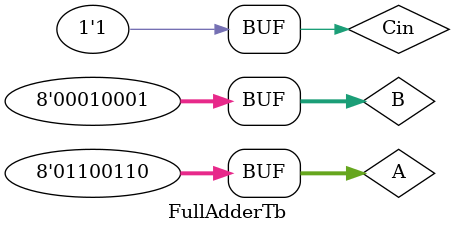
<source format=v>
`timescale 1ns / 1ps
module FullAdderTb;
	// Inputs
	reg [7:0] A;
	reg [7:0] B;
	reg Cin;
	// Outputs
	wire [7:0] S;
	wire Cout;
	// Instantiate the Unit Under Test (UUT)
	FullAdder uut (
		.A(A),
		.B(B),
		.Cin(Cin),
		.S(S),
		.Cout(Cout)
	);
	initial begin
		// Initialize Inputs
		A = 0;
		B = 0;
		Cin = 0;
		// Wait 100 ns for global reset to finish
		#100;
		// Add stimulus here
		A = 8'b01010101;
		B = 8'b10101010;
		#50;
		A = 8'b11111111;
		B = 8'b00000001;
		#50;
		A = 8'b00000000;
		B = 8'b11111111;
		Cin = 1'b1;
		#50;
		A = 8'b01100110;
		B = 8'b00010001;
	end
endmodule

</source>
